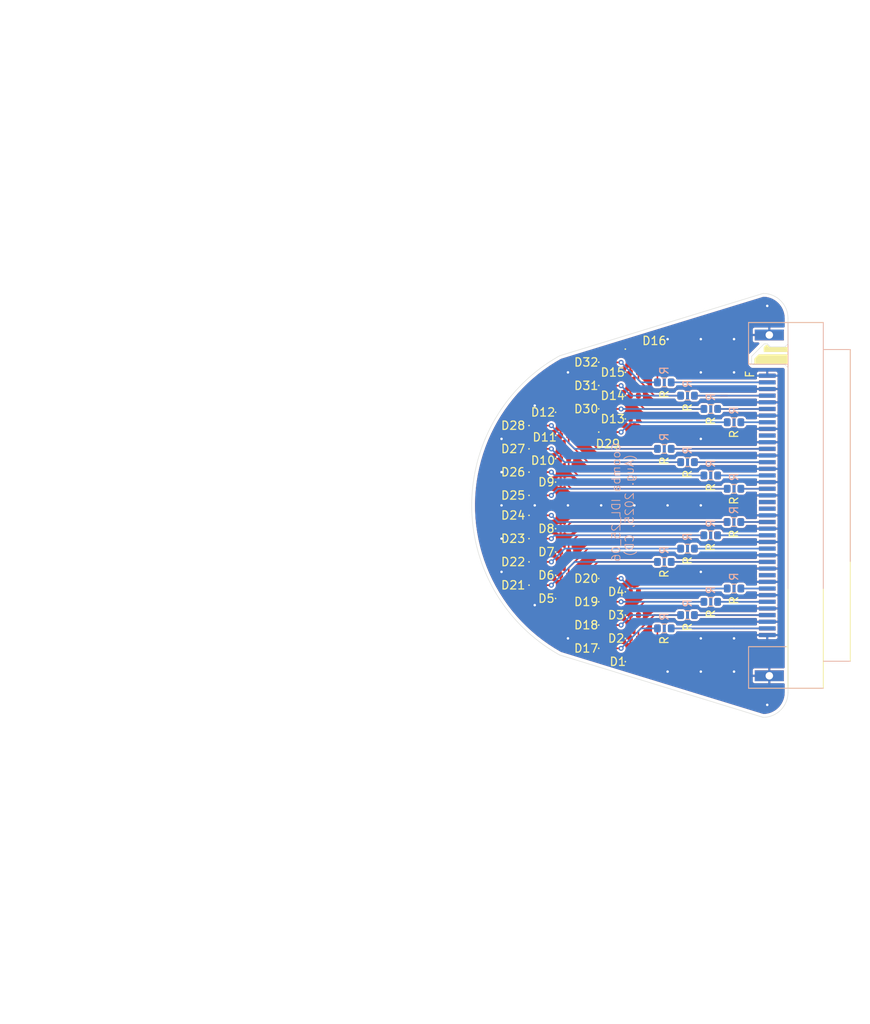
<source format=kicad_pcb>
(kicad_pcb
	(version 20241229)
	(generator "pcbnew")
	(generator_version "9.0")
	(general
		(thickness 1.6)
		(legacy_teardrops no)
	)
	(paper "A4")
	(layers
		(0 "F.Cu" signal)
		(2 "B.Cu" signal)
		(9 "F.Adhes" user "F.Adhesive")
		(11 "B.Adhes" user "B.Adhesive")
		(13 "F.Paste" user)
		(15 "B.Paste" user)
		(5 "F.SilkS" user "F.Silkscreen")
		(7 "B.SilkS" user "B.Silkscreen")
		(1 "F.Mask" user)
		(3 "B.Mask" user)
		(17 "Dwgs.User" user "User.Drawings")
		(19 "Cmts.User" user "User.Comments")
		(21 "Eco1.User" user "User.Eco1")
		(23 "Eco2.User" user "User.Eco2")
		(25 "Edge.Cuts" user)
		(27 "Margin" user)
		(31 "F.CrtYd" user "F.Courtyard")
		(29 "B.CrtYd" user "B.Courtyard")
		(35 "F.Fab" user)
		(33 "B.Fab" user)
		(39 "User.1" user)
		(41 "User.2" user)
		(43 "User.3" user)
		(45 "User.4" user)
	)
	(setup
		(pad_to_mask_clearance 0)
		(allow_soldermask_bridges_in_footprints no)
		(tenting front back)
		(grid_origin 160 85)
		(pcbplotparams
			(layerselection 0x00000000_00000000_55555555_575555ff)
			(plot_on_all_layers_selection 0x00000000_00000000_00000000_00000000)
			(disableapertmacros no)
			(usegerberextensions no)
			(usegerberattributes yes)
			(usegerberadvancedattributes yes)
			(creategerberjobfile yes)
			(dashed_line_dash_ratio 12.000000)
			(dashed_line_gap_ratio 3.000000)
			(svgprecision 4)
			(plotframeref no)
			(mode 1)
			(useauxorigin no)
			(hpglpennumber 1)
			(hpglpenspeed 20)
			(hpglpendiameter 15.000000)
			(pdf_front_fp_property_popups yes)
			(pdf_back_fp_property_popups yes)
			(pdf_metadata yes)
			(pdf_single_document no)
			(dxfpolygonmode yes)
			(dxfimperialunits yes)
			(dxfusepcbnewfont yes)
			(psnegative no)
			(psa4output no)
			(plot_black_and_white yes)
			(sketchpadsonfab no)
			(plotpadnumbers no)
			(hidednponfab no)
			(sketchdnponfab yes)
			(crossoutdnponfab yes)
			(subtractmaskfromsilk no)
			(outputformat 1)
			(mirror no)
			(drillshape 0)
			(scaleselection 1)
			(outputdirectory "gerber/")
		)
	)
	(net 0 "")
	(net 1 "GND")
	(net 2 "Net-(D1-A)")
	(net 3 "sig01")
	(net 4 "Net-(D2-A)")
	(net 5 "sig02")
	(net 6 "Net-(D3-A)")
	(net 7 "sig03")
	(net 8 "unconnected-(U1-Pad42)")
	(net 9 "sig23")
	(net 10 "sig14")
	(net 11 "sig27")
	(net 12 "sig07")
	(net 13 "sig08")
	(net 14 "sig10")
	(net 15 "sig16")
	(net 16 "unconnected-(U1-Pad61)")
	(net 17 "sig24")
	(net 18 "unconnected-(U1-Pad40)")
	(net 19 "sig09")
	(net 20 "sig13")
	(net 21 "unconnected-(U1-Pad41)")
	(net 22 "unconnected-(U1-Pad62)")
	(net 23 "sig26")
	(net 24 "unconnected-(U1-Pad20)")
	(net 25 "sig31")
	(net 26 "sig29")
	(net 27 "unconnected-(U1-Pad19)")
	(net 28 "sig15")
	(net 29 "sig28")
	(net 30 "sig32")
	(net 31 "unconnected-(U1-Pad39)")
	(net 32 "sig12")
	(net 33 "sig30")
	(net 34 "sig11")
	(net 35 "sig25")
	(net 36 "Net-(D4-A)")
	(net 37 "Net-(D5-A)")
	(net 38 "Net-(D6-A)")
	(net 39 "Net-(D7-A)")
	(net 40 "Net-(D8-A)")
	(net 41 "Net-(D9-A)")
	(net 42 "Net-(D10-A)")
	(net 43 "Net-(D11-A)")
	(net 44 "Net-(D12-A)")
	(net 45 "Net-(D13-A)")
	(net 46 "Net-(D14-A)")
	(net 47 "Net-(D15-A)")
	(net 48 "Net-(D16-A)")
	(net 49 "Net-(D17-A)")
	(net 50 "Net-(D18-A)")
	(net 51 "Net-(D19-A)")
	(net 52 "Net-(D20-A)")
	(net 53 "Net-(D21-A)")
	(net 54 "Net-(D22-A)")
	(net 55 "Net-(D23-A)")
	(net 56 "Net-(D24-A)")
	(net 57 "Net-(D25-A)")
	(net 58 "Net-(D26-A)")
	(net 59 "Net-(D27-A)")
	(net 60 "Net-(D28-A)")
	(net 61 "Net-(D29-A)")
	(net 62 "Net-(D30-A)")
	(net 63 "Net-(D31-A)")
	(net 64 "Net-(D32-A)")
	(net 65 "sig04")
	(net 66 "sig05")
	(net 67 "sig06")
	(net 68 "sig17")
	(net 69 "sig18")
	(net 70 "sig19")
	(net 71 "sig20")
	(net 72 "sig21")
	(net 73 "sig22")
	(footprint "LED_SMD:LED_0402_1005Metric" (layer "F.Cu") (at 132.4 94.600788))
	(footprint "LED_SMD:LED_0402_1005Metric" (layer "F.Cu") (at 132.4 75.4))
	(footprint "LED_SMD:LED_0402_1005Metric" (layer "F.Cu") (at 144 69))
	(footprint "Resistor_SMD:R_0603_1608Metric" (layer "F.Cu") (at 153.175 88.6))
	(footprint "LED_SMD:LED_0402_1005Metric" (layer "F.Cu") (at 140.8 70.583391))
	(footprint "LED_SMD:LED_0402_1005Metric" (layer "F.Cu") (at 135.6 73.8))
	(footprint "LED_SMD:LED_0402_1005Metric" (layer "F.Cu") (at 144 98.2))
	(footprint "LED_SMD:LED_0402_1005Metric" (layer "F.Cu") (at 132.4 89.000788))
	(footprint "LED_SMD:LED_0402_1005Metric" (layer "F.Cu") (at 140.8 73.383391))
	(footprint "LED_SMD:LED_0402_1005Metric" (layer "F.Cu") (at 144 95.4))
	(footprint "LED_SMD:LED_0402_1005Metric" (layer "F.Cu") (at 140.8 99.4))
	(footprint "LED_SMD:LED_0402_1005Metric" (layer "F.Cu") (at 140.8 96.6))
	(footprint "LED_SMD:LED_0402_1005Metric" (layer "F.Cu") (at 135.6 79.4))
	(footprint "LED_SMD:LED_0402_1005Metric" (layer "F.Cu") (at 132.4 91.800788))
	(footprint "LED_SMD:LED_0402_1005Metric" (layer "F.Cu") (at 144 74.6))
	(footprint "LED_SMD:LED_0402_1005Metric" (layer "F.Cu") (at 132.4 86.200788))
	(footprint "LED_SMD:LED_0402_1005Metric" (layer "F.Cu") (at 140.8 67.783391))
	(footprint "Resistor_SMD:R_0603_1608Metric" (layer "F.Cu") (at 147.6 70.2))
	(footprint "LED_SMD:LED_0402_1005Metric" (layer "F.Cu") (at 140.8 102.2))
	(footprint "LED_SMD:LED_0402_1005Metric" (layer "F.Cu") (at 135.6 90.600788))
	(footprint "LED_SMD:LED_0402_1005Metric" (layer "F.Cu") (at 132.4 83.8))
	(footprint "LED_SMD:LED_0402_1005Metric" (layer "F.Cu") (at 135.6 82.2))
	(footprint "LED_SMD:LED_0402_1005Metric" (layer "F.Cu") (at 135.6 87.800788))
	(footprint "Resistor_SMD:R_0603_1608Metric" (layer "F.Cu") (at 147.6 99.8))
	(footprint "Resistor_SMD:R_0603_1608Metric" (layer "F.Cu") (at 153.2 73.4))
	(footprint "Resistor_SMD:R_0603_1608Metric" (layer "F.Cu") (at 147.6 78.2))
	(footprint "LED_SMD:LED_0402_1005Metric" (layer "F.Cu") (at 135.6 96.200788))
	(footprint "LED_SMD:LED_0402_1005Metric" (layer "F.Cu") (at 135.6 76.6))
	(footprint "LED_SMD:LED_0402_1005Metric" (layer "F.Cu") (at 132.4 78.2))
	(footprint "LED_SMD:LED_0402_1005Metric" (layer "F.Cu") (at 144 101))
	(footprint "LED_SMD:LED_0402_1005Metric" (layer "F.Cu") (at 144 103.8))
	(footprint "Resistor_SMD:R_0603_1608Metric" (layer "F.Cu") (at 150.4 90.2))
	(footprint "LED_SMD:LED_0402_1005Metric" (layer "F.Cu") (at 140.8 76.183391))
	(footprint "Resistor_SMD:R_0603_1608Metric" (layer "F.Cu") (at 153.2 96.6))
	(footprint "LED_SMD:LED_0402_1005Metric" (layer "F.Cu") (at 135.6 93.400788))
	(footprint "Resistor_SMD:R_0603_1608Metric" (layer "F.Cu") (at 147.6 91.8))
	(footprint "Resistor_SMD:R_0603_1608Metric" (layer "F.Cu") (at 156 75))
	(footprint "LED_SMD:LED_0402_1005Metric" (layer "F.Cu") (at 144 66.2))
	(footprint "LED_SMD:LED_0402_1005Metric" (layer "F.Cu") (at 140.8 93.8))
	(footprint "Resistor_SMD:R_0603_1608Metric" (layer "F.Cu") (at 156 95))
	(footprint "Resistor_SMD:R_0603_1608Metric" (layer "F.Cu") (at 150.4 71.8))
	(footprint "Resistor_SMD:R_0603_1608Metric" (layer "F.Cu") (at 150.4 79.8))
	(footprint "Library:ERF8-040-EM2"
		(layer "F.Cu")
		(uuid "cae2961f-1e71-4274-9fcd-0c0daf908d95")
		(at 160 85)
		(property "Reference" "U1"
			(at -2.15 -17 0)
			(unlocked yes)
			(layer "F.SilkS")
			(hide yes)
			(uuid "e054d09b-f4fd-46ba-ba8e-093a1e1fa302")
			(effects
				(font
					(size 1 1)
					(thickness 0.1)
				)
			)
		)
		(property "Value" "ERF8-ERM8-040-DV"
			(at -3.1 -5.35 270)
			(unlocked yes)
			(layer "B.Fab")
			(uuid "038c6aea-6224-436c-a127-d7d0d671ae4f")
			(effects
				(font
					(size 1 1)
					(thickness 0.15)
				)
				(justify mirror)
			)
		)
		(property "Datasheet" ""
			(at 0.05 1.2 0)
			(unlocked yes)
			(layer "B.Fab")
			(hide yes)
			(uuid "99dc0e4c-6e9c-4586-8e55-1e8f0da66773")
			(effects
				(font
					(size 1 1)
					(thickness 0.15)
				)
				(justify mirror)
			)
		)
		(property "Description" ""
			(at 0.05 1.2 0)
			(unlocked yes)
			(layer "B.Fab")
			(hide yes)
			(uuid "2ef9cb29-99e3-4502-876e-54d883f12994")
			(effects
				(font
					(size 1 1)
					(thickness 0.15)
				)
				(justify mirror)
			)
		)
		(path "/e468980d-a4b8-4060-8014-58842f254c27")
		(sheetname "/")
		(sheetfile "smerf8-led.kicad_sch")
		(attr through_hole)
		(fp_line
			(start -2.25 -22)
			(end -2.25 -17)
			(stroke
				(width 0.1)
				(type default)
			)
			(layer "F.SilkS")
			(uuid "49d467c6-1cfc-4cfa-8424-e1b24c7797dc")
		)
		(fp_line
			(start -2.25 17)
			(end -2.25 22)
			(stroke
				(width 0.1)
				(type default)
			)
			(layer "F.SilkS")
			(uuid "92866d91-9e9e-456c-848f-b871f394251e")
		)
		(fp_line
			(start 2.5 -17)
			(end -2.25 -17)
			(stroke
				(width 0.1)
				(type default)
			)
			(layer "F.SilkS")
			(uuid "66c2c7cc-a1e1-4a40-abae-ed1267269c78")
		)
		(fp_line
			(start 2.5 17)
			(end -2.25 17)
			(stroke
				(width 0.1)
				(type default)
			)
			(layer "F.SilkS")
			(uuid "d931e738-3f98-4c5b-a080-069f31d87ade")
		)
		(fp_line
			(start 2.5 22)
			(end 2.5 -22)
			(stroke
				(width 0.1)
				(type default)
			)
			(layer "F.SilkS")
			(uuid "e7f0a0f3-989b-4eeb-86cc-bbec7d4fbae6")
		)
		(fp_line
			(start 6.75 -22)
			(end -2.25 -22)
			(stroke
				(width 0.1)
				(type default)
			)
			(layer "F.SilkS")
			(uuid "51c96d0c-7fd9-4e67-8f69-6626b5ee4863")
		)
		(fp_line
			(start 6.75 -18.75)
			(end 10 -18.75)
			(stroke
				(width 0.1)
				(type default)
			)
			(layer "F.SilkS")
			(uuid "1e85342b-9b39-4d4d-94b0-2cb42bd9fb76")
		)
		(fp_line
			(start 6.75 18.75)
			(end 10 18.75)
			(stroke
				(width 0.1)
				(type solid)
			)
			(layer "F.SilkS")
			(uuid "12088513-9984-418c-a8e9-3ac74979d2f0")
		)
		(fp_line
			(start 6.75 22)
			(end -2.25 22)
			(stroke
				(width 0.1)
				(type default)
			)
			(layer "F.SilkS")
			(uuid "e003ab7e-8d96-4dcb-b76d-7259b4f07318")
		)
		(fp_line
			(start 6.75 22)
			(end 6.75 -22)
			(stroke
				(width 0.1)
				(type default)
			)
			(layer "F.SilkS")
			(uuid "5f3ca85f-d966-45c3-bd53-9188531a4e58")
		)
		(fp_line
			(start 10 18.75)
			(end 10 -18.75)
			(stroke
				(width 0.1)
				(type default)
			)
			(layer "F.SilkS")
			(uuid "539402cf-fa3e-426c-84f9-669d20ced801")
		)
		(fp_poly
			(pts
				(xy 2.5 -17) (xy -1.5 -17) (xy -1.5 -17.625) (xy -1 -18.125) (xy 2.5 -18.125)
			)
			(stroke
				(width 0.1)
				(type solid)
			)
			(fill yes)
			(layer "F.SilkS")
			(uuid "3af0e556-ec89-49ca-9c40-99bf76ed31eb")
		)
		(fp_poly
			(pts
				(xy 2.5 -19) (xy 0.25 -19) (xy 0 -19.25) (xy -0.125 -19.25) (xy -0.375 -19) (xy -0.375 -18.5) (xy 2.5 -18.5)
			)
			(stroke
				(width 0.1)
				(type solid)
			)
			(fill yes)
			(layer "F.SilkS")
			(uuid "8b31deca-eb5b-4f27-a585-aabdedf57ed7")
		)
		(fp_line
			(start -2.25 -22)
			(end -2.25 -17)
			(stroke
				(width 0.1)
				(type default)
			)
			(layer "B.SilkS")
			(uuid "523aaf06-17fb-4b3b-a1a7-2df7dcdda523")
		)
		(fp_line
			(start -2.25 -22)
			(end 6.75 -22)
			(stroke
				(width 0.1)
				(type default)
			)
			(layer "B.SilkS")
			(uuid "9e555f58-4700-414d-b5b4-d35a6b7443f8")
		)
		(fp_line
			(start -2.25 -17)
			(end 2.5 -17)
			(stroke
				(width 0.1)
				(type default)
			)
			(layer "B.SilkS")
			(uuid "0e9090b7-9b45-4051-b2e8-cfd3ae712e8a")
		)
		(fp_line
			(start -2.25 17)
			(end -2.25 22)
			(stroke
				(width 0.1)
				(type default)
			)
			(layer "B.SilkS")
			(uuid "17ff3abf-7b23-4488-b456-1945a55f7071")
		)
		(fp_line
			(start -2.25 17)
			(end 2.25 17)
			(stroke
				(width 0.1)
				(type default)
			)
			(layer "B.SilkS")
			(uuid "b6c9933d-b521-4811-b002-4cc3022b1d5b")
		)
		(fp_line
			(start -2.25 22)
			(end 6.75 22)
			(stroke
				(width 0.1)
				(type default)
			)
			(layer "B.SilkS")
			(uuid "be0d3fcc-7d63-4538-89c7-c5a7f5b8d0cf")
		)
		(fp_line
			(start 2.5 10)
			(end 2.5 -22)
			(stroke
				(width 0.1)
				(type default)
			)
			(layer "B.SilkS")
			(uuid "bad1a368-3672-4911-889e-6259b237f358")
		)
		(fp_line
			(start 6.75 10)
			(end 6.75 -22)
			(stroke
				(width 0.1)
				(type default)
			)
			(layer "B.SilkS")
			(uuid "465ca4d3-934d-473a-bdbf-1b7fb5ef5adb")
		)
		(fp_line
			(start 10 -18.75)
			(end 6.75 -18.75)
			(stroke
				(width 0.1)
				(type default)
			)
			(layer "B.SilkS")
			(uuid "c120b487-0d21-4738-9f48-b23cf7ccb193")
		)
		(fp_line
			(start 10 6.75)
			(end 10 -18.75)
			(stroke
				(width 0.1)
				(type default)
			)
			(layer "B.SilkS")
			(uuid "0fdd535b-647f-487f-a28c-3f072752768a")
		)
		(fp_line
			(start 10 18.75)
			(end 6.75 18.75)
			(stroke
				(width 0.1)
				(type solid)
			)
			(layer "B.SilkS")
			(uuid "8a2aecb0-5b10-486c-8f5a-8f43c29365e4")
		)
		(fp_poly
			(pts
				(xy 2.5 -22.25) (xy 2.5 10.25) (xy 2.5 -16.5625) (xy 2.125 -16.9375) (xy -1.75 -16.9375) (xy -1.875 -17.0625)
				(xy -1.875 -17.9375) (xy -0.375 -19.4375) (xy 0 -19.4375) (xy 0.375 -19.0625) (xy 2.125 -19.0625)
				(xy 2.5 -19.4375)
			)
			(stroke
				(width 0.05)
				(type solid)
			)
			(fill no)
			(layer "User.4")
			(uuid "e70b8083-fbd2-45ba-b54d-ef73dfb5f2ed")
		)
		(fp_text user "F"
			(at -1.5 -15.25 90)
			(unlocked yes)
			(layer "F.SilkS")
			(uuid "6a51cd64-7195-4c85-8a74-edb4ac4e37de")
			(effects
				(font
					(size 1 1)
					(thickness 0.15)
				)
				(justify left bottom)
			)
		)
		(pad "1" smd rect
			(at 0 -15.6)
			(size 2 0.5)
			(layers "F.Cu" "F.Mask" "F.Paste")
			(net 1 "GND")
			(pinfunction "1")
			(pintype "power_in")
			(uuid "5dad922f-0033-4ccc-a591-7fd9060893b2")
		)
		(pad "2" smd rect
			(at 0 -15.6)
			(size 2 0.5)
			(layers "B.Cu" "B.Mask" "B.Paste")
			(net 1 "GND")
			(pinfunction "2")
			(pintype "power_in")
			(uuid "1f678039-1212-41d7-9abe-b8a80e95748c")
		)
		(pad "3" smd rect
			(at 0 -14.8)
			(size 2 0.5)
			(layers "F.Cu" "F.Mask" "F.Paste")
			(net 15 "sig16")
			(pinfunction "3")
			(pintype "unspecified")
			(uuid "22d2a3cc-1868-422e-8977-5afb1b335ab3")
		)
		(pad "4" smd rect
			(at 0 -14.8)
			(size 2 0.5)
			(layers "B.Cu" "B.Mask" "B.Paste")
			(net 30 "sig32")
			(pinfunction "4")
			(pintype "unspecified")
			(uuid "9149e937-6083-4731-bef5-6643c7b7a6b6")
		)
		(pad "5" smd rect
			(at 0 -14)
			(size 2 0.5)
			(layers "F.Cu" "F.Mask" "F.Paste")
			(net 1 "GND")
			(pinfunction "5")
			(pintype "power_in")
			(uuid "e6b519f1-270c-4342-915e-0f9240f3f759")
		)
		(pad "6" smd rect
			(at 0 -14)
			(size 2 0.5)
			(layers "B.Cu" "B.Mask" "B.Paste")
			(net 1 "GND")
			(pinfunction "6")
			(pintype "power_in")
			(uuid "4874c224-7d0b-4163-9820-dcd076219b18")
		)
		(pad "7" smd rect
			(at 0 -13.2)
			(size 2 0.5)
			(layers "F.Cu" "F.Mask" "F.Paste")
			(net 28 "sig15")
			(pinfunction "7")
			(pintype "unspecified")
			(uuid "892f8d3c-d0db-4a34-b36a-4a78481005da")
		)
		(pad "8" smd rect
			(at 0 -13.2)
			(size 2 0.5)
			(layers "B.Cu" "B.Mask" "B.Paste")
			(net 25 "sig31")
			(pinfunction "8")
			(pintype "unspecified")
			(uuid "85b09854-aec3-4f46-a878-3d9720084061")
		)
		(pad "9" smd rect
			(at 0 -12.4)
			(size 2 0.5)
			(layers "F.Cu" "F.Mask" "F.Paste")
			(net 1 "GND")
			(pinfunction "9")
			(pintype "power_in")
			(uuid "2fa0f5fa-2687-44f2-aa03-943835ddc98c")
		)
		(pad "10" smd rect
			(at 0 -12.4)
			(size 2 0.5)
			(layers "B.Cu" "B.Mask" "B.Paste")
			(net 1 "GND")
			(pinfunction "10")
			(pintype "power_in")
			(uuid "6e54d079-1ab7-4524-8626-5332b25ea80e")
		)
		(pad "11" smd rect
			(at 0 -11.6)
			(size 2 0.5)
			(layers "F.Cu" "F.Mask" "F.Paste")
			(net 10 "sig14")
			(pinfunction "11")
			(pintype "unspecified")
			(uuid "03da0540-7c10-4597-ad2d-99b69f29d715")
		)
		(pad "12" smd rect
			(at 0 -11.6)
			(size 2 0.5)
			(layers "B.Cu" "B.Mask" "B.Paste")
			(net 33 "sig30")
			(pinfunction "12")
			(pintype "unspecified")
			(uuid "d8abc84d-6cab-421b-a789-5411d4d359d7")
		)
		(pad "13" smd rect
			(at 0 -10.8)
			(size 2 0.5)
			(layers "F.Cu" "F.Mask" "F.Paste")
			(net 1 "GND")
			(pinfunction "13")
			(pintype "power_in")
			(uuid "db79cc01-d4e4-43fe-b434-cbfa9a0daaa2")
		)
		(pad "14" smd rect
			(at 0 -10.8)
			(size 2 0.5)
			(layers "B.Cu" "B.Mask" "B.Paste")
			(net 1 "GND")
			(pinfunction "14")
			(pintype "power_in")
			(uuid "327dd2b2-e026-4b95-8851-beec9d264d5f")
		)
		(pad "15" smd rect
			(at 0 -10)
			(size 2 0.5)
			(layers "F.Cu" "F.Mask" "F.Paste")
			(net 20 "sig13")
			(pinfunction "15")
			(pintype "unspecified")
			(uuid "553b19a4-c502-4501-8f7f-132343ad20f5")
		)
		(pad "16" smd rect
			(at 0 -10)
			(size 2 0.5)
			(layers "B.Cu" "B.Mask" "B.Paste")
			(net 26 "sig29")
			(pinfunction "16")
			(pintype "unspecified")
			(uuid "86917877-e6c9-467f-8c3f-753cd6373a5f")
		)
		(pad "17" smd rect
			(at 0 -9.2)
			(size 2 0.5)
			(layers "F.Cu" "F.Mask" "F.Paste")
			(net 1 "GND")
			(pinfunction "17")
			(pintype "power_in")
			(uuid "bfc1c6d4-2744-4277-9062-bcee4881ccbd")
		)
		(pad "18" smd rect
			(at 0 -9.2)
			(size 2 0.5)
			(layers "B.Cu" "B.Mask" "B.Paste")
			(net 1 "GND")
			(pinfunction "18")
			(pintype "power_in")
			(uuid "7a9d8f82-e8a0-4eb7-8ea5-051028ccc67a")
		)
		(pad "19" smd rect
			(at 0 -8.4)
			(size 2 0.5)
			(layers "F.Cu" "F.Mask" "F.Paste")
			(net 27 "unconnected-(U1-Pad19)")
			(pinfunction "19")
			(pintype "unspecified+no_connect")
			(uuid "8726215b-c2d5-4d71-a20d-f1d6fc4a6266")
		)
		(pad "20" smd rect
			(at 0 -8.4)
			(size 2 0.5)
			(layers "B.Cu" "B.Mask" "B.Paste")
			(net 24 "unconnected-(U1-Pad20)")
			(pinfunction "20")
			(pintype "unspecified+no_connect")
			(uuid "70eb3331-4146-416c-94e9-9c8045e71f6e")
		)
		(pad "21" smd rect
			(at 0 -7.6)
			(size 2 0.5)
			(layers "F.Cu" "F.Mask" "F.Paste")
			(net 1 "GND")
			(pinfunction "21")
			(pintype "power_in")
			(uuid "c9e2dd5a-376b-4086-9ffe-e6f2bdb90798")
		)
		(pad "22" smd rect
			(at 0 -7.6)
			(size 2 0.5)
			(layers "B.Cu" "B.Mask" "B.Paste")
			(net 1 "GND")
			(pinfunction "22")
			(pintype "power_in")
			(uuid "6f064566-4ee3-4fb7-901d-490185e796e0")
		)
		(pad "23" smd rect
			(at 0 -6.8)
			(size 2 0.5)
			(layers "F.Cu" "F.Mask" "F.Paste")
			(net 32 "sig12")
			(pinfunction "23")
			(pintype "unspecified")
			(uuid "d16562ef-c712-42a2-a00e-8dd5721cacfd")
		)
		(pad "24" smd rect
			(at 0 -6.8)
			(size 2 0.5)
			(layers "B.Cu" "B.Mask" "B.Paste")
			(net 29 "sig28")
			(pinfunction "24")
			(pintype "unspecified")
			(uuid "8e5297a5-de0e-4b44-9321-defecd04d8f6")
		)
		(pad "25" smd rect
			(at 0 -6)
			(size 2 0.5)
			(layers "F.Cu" "F.Mask" "F.Paste")
			(net 1 "GND")
			(pinfunction "25")
			(pintype "power_in")
			(uuid "af83c33c-0be9-44bb-8ab0-ede8dfcefdbb")
		)
		(pad "26" smd rect
			(at 0 -6)
			(size 2 0.5)
			(layers "B.Cu" "B.Mask" "B.Paste")
			(net 1 "GND")
			(pinfunction "26")
			(pintype "power_in")
			(uuid "15d1b76c-c607-4a68-a648-d6e27be39249")
		)
		(pad "27" smd rect
			(at 0 -5.2)
			(size 2 0.5)
			(layers "F.Cu" "F.Mask" "F.Paste")
			(net 34 "sig11")
			(pinfunction "27")
			(pintype "unspecified")
			(uuid "e202aa9d-7ae4-4ec0-9c10-40e95e34dec2")
		)
		(pad "28" smd rect
			(at 0 -5.2)
			(size 2 0.5)
			(layers "B.Cu" "B.Mask" "B.Paste")
			(net 11 "sig27")
			(pinfunction "28")
			(pintype "unspecified")
			(uuid "10edc7f5-f3f0-422d-89b7-c98c2f15e677")
		)
		(pad "29" smd rect
			(at 0 -4.4)
			(size 2 0.5)
			(layers "F.Cu" "F.Mask" "F.Paste")
			(net 1 "GND")
			(pinfunction "29")
			(pintype "power_in")
			(uuid "fc8ce0ab-69d1-489a-a223-4a6520e2c97f")
		)
		(pad "30" smd rect
			(at 0 -4.4)
			(size 2 0.5)
			(layers "B.Cu" "B.Mask" "B.Paste")
			(net 1 "GND")
			(pinfunction "30")
			(pintype "power_in")
			(uuid "6934dff4-6247-4043-99c2-041b2a2527b6")
		)
		(pad "31" smd rect
			(at 0 -3.6)
			(size 2 0.5)
			(layers "F.Cu" "F.Mask" "F.Paste")
			(net 14 "sig10")
			(pinfunction "31")
			(pintype "unspecified")
			(uuid "18fcac18-d8b0-49b0-9630-414a2f205c8c")
		)
		(pad "32" smd rect
			(at 0 -3.6)
			(size 2 0.5)
			(layers "B.Cu" "B.Mask" "B.Paste")
			(net 23 "sig26")
			(pinfunction "32")
			(pintype "unspecified")
			(uuid "6ce5bec2-59dd-4704-8a56-d76f31787b36")
		)
		(pad "33" smd rect
			(at 0 -2.8)
			(size 2 0.5)
			(layers "F.Cu" "F.Mask" "F.Paste")
			(net 1 "GND")
			(pinfunction "33")
			(pintype "power_in")
			(uuid "096e13ca-1bb6-484f-8f8b-85675da10ca3")
		)
		(pad "34" smd rect
			(at 0 -2.8)
			(size 2 0.5)
			(layers "B.Cu" "B.Mask" "B.Paste")
			(net 1 "GND")
			(pinfunction "34")
			(pintype "power_in")
			(uuid "7f69971a-30e1-4d98-87cf-97dff835b559")
		)
		(pad "35" smd rect
			(at 0 -2)
			(size 2 0.5)
			(layers "F.Cu" "F.Mask" "F.Paste")
			(net 19 "sig09")
			(pinfunction "35")
			(pintype "unspecified")
			(uuid "4ce2a91d-d2e8-47ac-8547-a5e64243a3c2")
		)
		(pad "36" smd rect
			(at 0 -2)
			(size 2 0.5)
			(layers "B.Cu" "B.Mask" "B.Paste")
			(net 35 "sig25")
			(pinfunction "36")
			(pintype "unspecified")
			(uuid "f94a319b-c201-4d7f-960e-17ab9aa6c905")
		)
		(pad "37" smd rect
			(at 0 -1.2)
			(size 2 0.5)
			(layers "F.Cu" "F.Mask" "F.Paste")
			(net 1 "GND")
			(pinfunction "37")
			(pintype "power_in")
			(uuid "69777f36-e03e-4677-b0c5-a15119825948")
		)
		(pad "38" smd rect
			(at 0 -1.2)
			(size 2 0.5)
			(layers "B.Cu" "B.Mask" "B.Paste")
			(net 1 "GND")
			(pinfunction "38")
			(pintype "power_in")
			(uuid "907e350e-cca6-4508-a871-71bea919d2da")
		)
		(pad "39" smd rect
			(at 0 -0.4)
			(size 2 0.5)
			(layers "F.Cu" "F.Mask" "F.Paste")
			(net 31 "unconnected-(U1-Pad39)")
			(pinfunction "39")
			(pintype "unspecified+no_connect")
			(uuid "cded17f2-acf5-4765-a61d-ffdc0b4104db")
		)
		(pad "40" smd rect
			(at 0 -0.4)
			(size 2 0.5)
			(layers "B.Cu" "B.Mask" "B.Paste")
			(net 18 "unconnected-(U1-Pad40)")
			(pinfunction "40")
			(pintype "unspecified+no_connect")
			(uuid "40b565ce-31bd-4195-a883-60d9b626829e")
		)
		(pad "41" smd rect
			(at 0 0.4)
			(size 2 0.5)
			(layers "F.Cu" "F.Mask" "F.Paste")
			(net 21 "unconnected-(U1-Pad41)")
			(pinfunction "41")
			(pintype "unspecified+no_connect")
			(uuid "87f874ba-1fdf-48af-8cbc-ef3c4d6c7c1d")
		)
		(pad "42" smd rect
			(at 0 0.4)
			(size 2 0.5)
			(layers "B.Cu" "B.Mask" "B.Paste")
			(net 8 "unconnected-(U1-Pad42)")
			(pinfunction "42")
			(pintype "unspecified+no_connect")
			(uuid "346b9391-e8d6-4206-8be2-55e99c90c56f")
		)
		(pad "43" smd rect
			(at 0 1.2)
			(size 2 0.5)
			(layers "F.Cu" "F.Mask" "F.Paste")
			(net 1 "GND")
			(pinfunction "43")
			(pintype "power_in")
			(uuid "2f588fe7-3c00-4fe9-9436-748a43ba3a21")
		)
		(pad "44" smd rect
			(at 0 1.2)
			(size 2 0.5)
			(layers "B.Cu" "B.Mask" "B.Paste")
			(net 1 "GND")
			(pinfunction "44")
			(pintype "power_in")
			(uuid "78850d51-1908-4618-9ccf-cb605b7de48e")
		)
		(pad "45" smd rect
			(at 0 2)
			(size 2 0.5)
			(layers "F.Cu" "F.Mask" "F.Paste")
			(net 13 "sig08")
			(pinfunction "45")
			(pintype "unspecified")
			(uuid "14ac0ff7-286f-4b05-ae5f-e790cd71ee89")
			(padstack
				(mode front_inner_back)
				(layer "Inner"
					(shape rect)
					(size 2 0.5)
					(thermal_bridge_angle 45)
					(zone_connect -1)
				)
				(layer "B.Cu"
					(shape rect)
					(size 2 0.5)
					(thermal_bridge_angle 45)
					(zone_connect -1)
				)
			)
		)
		(pad "46" smd rect
			(at 0 2)
			(size 2 0.5)
			(layers "B.Cu" "B.Mask" "B.Paste")
			(net 17 "sig24")
			(pinfunction "46")
			(pintype "unspecified")
			(uuid "40c54827-cebf-4427-85c8-ff436ef2e6f2")
		)
		(pad "47" smd rect
			(at 0 2.8)
			(size 2 0.5)
			(layers "F.Cu" "F.Mask" "F.Paste")
			(net 1 "GND")
			(pinfunction "47")
			(pintype "power_in")
			(uuid "ae41da87-8e45-4e5a-9a28-aae4f23b49e4")
		)
		(pad "48" smd rect
			(at 0 2.8)
			(size 2 0.5)
			(layers "B.Cu" "B.Mask" "B.Paste")
			(net 1 "GND")
			(pinfunction "48")
			(pintype "power_in")
			(uuid "955a9e21-0570-401e-bd3f-44a5fd9da284")
		)
		(pad "49" smd rect
			(at 0 3.6)
			(size 2 0.5)
			(layers "F.Cu" "F.Mask" "F.Paste")
			(net 12 "sig07")
			(pinfunction "49")
			(pintype "unspecified")
			(uuid "c72e62c3-15a3-4b93-92b8-3ee516480879")
		)
		(pad "50" smd rect
			(at 0 3.6)
			(size 2 0.5)
			(layer
... [376884 chars truncated]
</source>
